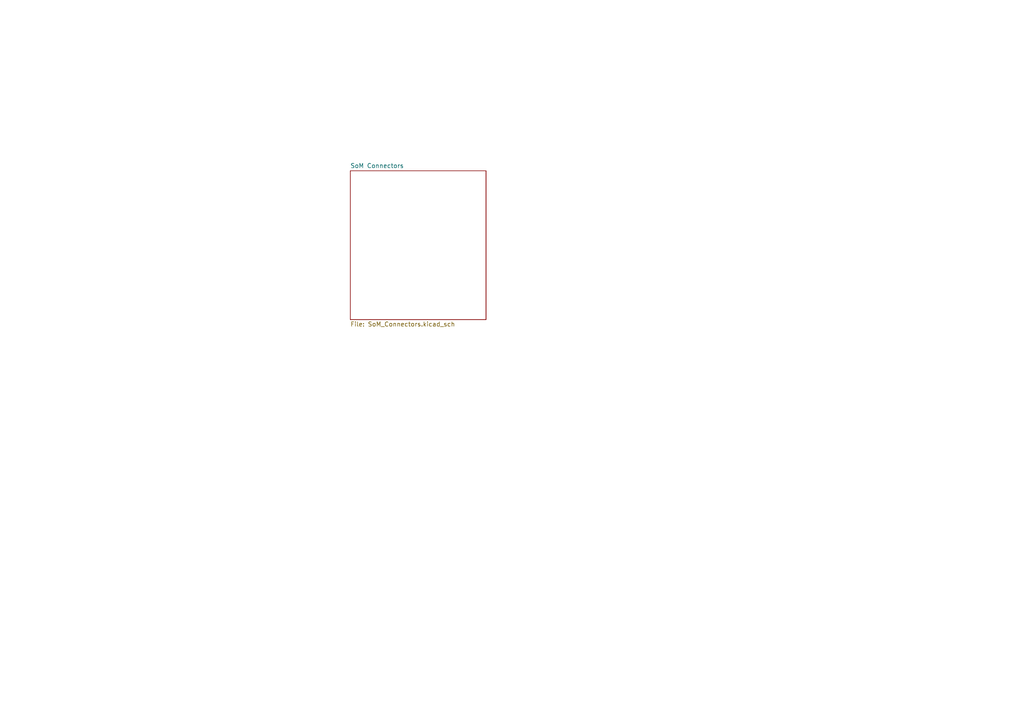
<source format=kicad_sch>
(kicad_sch
	(version 20250114)
	(generator "eeschema")
	(generator_version "9.0")
	(uuid "1d5a0702-b67e-4abd-9b88-5b7f3ea07af2")
	(paper "A4")
	(lib_symbols)
	(sheet
		(at 101.6 49.53)
		(size 39.37 43.18)
		(exclude_from_sim no)
		(in_bom yes)
		(on_board yes)
		(dnp no)
		(fields_autoplaced yes)
		(stroke
			(width 0.1524)
			(type solid)
		)
		(fill
			(color 0 0 0 0.0000)
		)
		(uuid "02e98d89-84c9-48d4-b3b2-5c35df0379e5")
		(property "Sheetname" "SoM Connectors"
			(at 101.6 48.8184 0)
			(effects
				(font
					(size 1.27 1.27)
				)
				(justify left bottom)
			)
		)
		(property "Sheetfile" "SoM_Connectors.kicad_sch"
			(at 101.6 93.2946 0)
			(effects
				(font
					(size 1.27 1.27)
				)
				(justify left top)
			)
		)
		(instances
			(project "rf_carrier"
				(path "/1d5a0702-b67e-4abd-9b88-5b7f3ea07af2"
					(page "2")
				)
			)
		)
	)
	(sheet_instances
		(path "/"
			(page "1")
		)
	)
	(embedded_fonts no)
)

</source>
